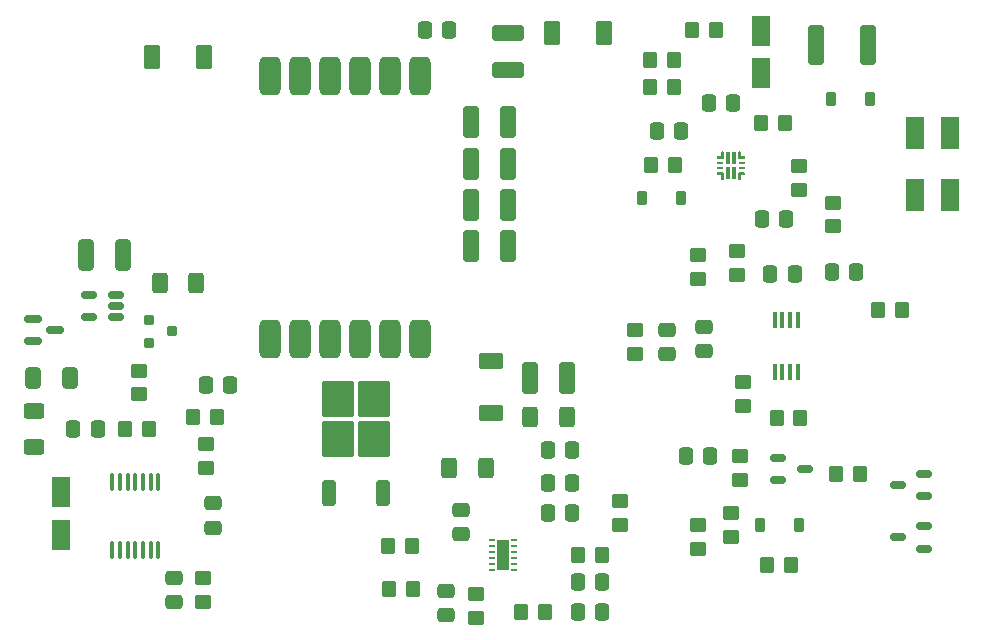
<source format=gbr>
G04 #@! TF.GenerationSoftware,KiCad,Pcbnew,7.0.7*
G04 #@! TF.CreationDate,2023-09-15T22:30:58+02:00*
G04 #@! TF.ProjectId,Nixie PSU,4e697869-6520-4505-9355-2e6b69636164,rev?*
G04 #@! TF.SameCoordinates,Original*
G04 #@! TF.FileFunction,Paste,Top*
G04 #@! TF.FilePolarity,Positive*
%FSLAX46Y46*%
G04 Gerber Fmt 4.6, Leading zero omitted, Abs format (unit mm)*
G04 Created by KiCad (PCBNEW 7.0.7) date 2023-09-15 22:30:58*
%MOMM*%
%LPD*%
G01*
G04 APERTURE LIST*
G04 Aperture macros list*
%AMRoundRect*
0 Rectangle with rounded corners*
0 $1 Rounding radius*
0 $2 $3 $4 $5 $6 $7 $8 $9 X,Y pos of 4 corners*
0 Add a 4 corners polygon primitive as box body*
4,1,4,$2,$3,$4,$5,$6,$7,$8,$9,$2,$3,0*
0 Add four circle primitives for the rounded corners*
1,1,$1+$1,$2,$3*
1,1,$1+$1,$4,$5*
1,1,$1+$1,$6,$7*
1,1,$1+$1,$8,$9*
0 Add four rect primitives between the rounded corners*
20,1,$1+$1,$2,$3,$4,$5,0*
20,1,$1+$1,$4,$5,$6,$7,0*
20,1,$1+$1,$6,$7,$8,$9,0*
20,1,$1+$1,$8,$9,$2,$3,0*%
G04 Aperture macros list end*
%ADD10RoundRect,0.150000X-0.587500X-0.150000X0.587500X-0.150000X0.587500X0.150000X-0.587500X0.150000X0*%
%ADD11RoundRect,0.250000X-0.625000X0.400000X-0.625000X-0.400000X0.625000X-0.400000X0.625000X0.400000X0*%
%ADD12RoundRect,0.250000X-0.450000X0.350000X-0.450000X-0.350000X0.450000X-0.350000X0.450000X0.350000X0*%
%ADD13RoundRect,0.250000X-0.337500X-0.475000X0.337500X-0.475000X0.337500X0.475000X-0.337500X0.475000X0*%
%ADD14RoundRect,0.250000X-0.475000X0.337500X-0.475000X-0.337500X0.475000X-0.337500X0.475000X0.337500X0*%
%ADD15RoundRect,0.250000X0.800000X-0.450000X0.800000X0.450000X-0.800000X0.450000X-0.800000X-0.450000X0*%
%ADD16RoundRect,0.250000X-0.412500X-1.100000X0.412500X-1.100000X0.412500X1.100000X-0.412500X1.100000X0*%
%ADD17RoundRect,0.250000X-0.400000X-0.625000X0.400000X-0.625000X0.400000X0.625000X-0.400000X0.625000X0*%
%ADD18RoundRect,0.150000X0.512500X0.150000X-0.512500X0.150000X-0.512500X-0.150000X0.512500X-0.150000X0*%
%ADD19RoundRect,0.225000X-0.225000X-0.375000X0.225000X-0.375000X0.225000X0.375000X-0.225000X0.375000X0*%
%ADD20RoundRect,0.250000X0.337500X0.475000X-0.337500X0.475000X-0.337500X-0.475000X0.337500X-0.475000X0*%
%ADD21RoundRect,0.250000X0.475000X-0.337500X0.475000X0.337500X-0.475000X0.337500X-0.475000X-0.337500X0*%
%ADD22RoundRect,0.250000X0.450000X-0.350000X0.450000X0.350000X-0.450000X0.350000X-0.450000X-0.350000X0*%
%ADD23RoundRect,0.250000X-0.450000X-0.800000X0.450000X-0.800000X0.450000X0.800000X-0.450000X0.800000X0*%
%ADD24RoundRect,0.150000X-0.512500X-0.150000X0.512500X-0.150000X0.512500X0.150000X-0.512500X0.150000X0*%
%ADD25RoundRect,0.250000X0.412500X0.650000X-0.412500X0.650000X-0.412500X-0.650000X0.412500X-0.650000X0*%
%ADD26RoundRect,0.250000X0.350000X0.450000X-0.350000X0.450000X-0.350000X-0.450000X0.350000X-0.450000X0*%
%ADD27R,0.450000X1.450000*%
%ADD28RoundRect,0.250000X-0.550000X1.050000X-0.550000X-1.050000X0.550000X-1.050000X0.550000X1.050000X0*%
%ADD29RoundRect,0.250000X0.450000X0.800000X-0.450000X0.800000X-0.450000X-0.800000X0.450000X-0.800000X0*%
%ADD30RoundRect,0.250000X-1.100000X0.412500X-1.100000X-0.412500X1.100000X-0.412500X1.100000X0.412500X0*%
%ADD31RoundRect,0.250000X0.400000X0.625000X-0.400000X0.625000X-0.400000X-0.625000X0.400000X-0.625000X0*%
%ADD32RoundRect,0.200000X-0.250000X0.200000X-0.250000X-0.200000X0.250000X-0.200000X0.250000X0.200000X0*%
%ADD33R,0.599999X0.249999*%
%ADD34RoundRect,0.250000X0.400000X1.075000X-0.400000X1.075000X-0.400000X-1.075000X0.400000X-1.075000X0*%
%ADD35RoundRect,0.225000X0.225000X0.375000X-0.225000X0.375000X-0.225000X-0.375000X0.225000X-0.375000X0*%
%ADD36RoundRect,0.250000X0.412500X1.100000X-0.412500X1.100000X-0.412500X-1.100000X0.412500X-1.100000X0*%
%ADD37RoundRect,0.100000X-0.100000X0.637500X-0.100000X-0.637500X0.100000X-0.637500X0.100000X0.637500X0*%
%ADD38RoundRect,0.250000X0.350000X-0.850000X0.350000X0.850000X-0.350000X0.850000X-0.350000X-0.850000X0*%
%ADD39RoundRect,0.250000X1.125000X-1.275000X1.125000X1.275000X-1.125000X1.275000X-1.125000X-1.275000X0*%
%ADD40RoundRect,0.250000X-0.350000X-0.450000X0.350000X-0.450000X0.350000X0.450000X-0.350000X0.450000X0*%
%ADD41RoundRect,0.447500X0.447500X-1.202500X0.447500X1.202500X-0.447500X1.202500X-0.447500X-1.202500X0*%
%ADD42RoundRect,0.250000X0.400000X1.450000X-0.400000X1.450000X-0.400000X-1.450000X0.400000X-1.450000X0*%
%ADD43R,0.499999X0.249999*%
%ADD44R,1.000000X2.650000*%
%ADD45R,1.500000X2.750000*%
G04 APERTURE END LIST*
G36*
X171303999Y-68536000D02*
G01*
X171303999Y-69496000D01*
X171253999Y-69546000D01*
X171074000Y-69546000D01*
X171024000Y-69496000D01*
X171024000Y-68536000D01*
X171074000Y-68486000D01*
X171253999Y-68486000D01*
X171303999Y-68536000D01*
G37*
G36*
X171303999Y-69796000D02*
G01*
X171303999Y-70756000D01*
X171253999Y-70806000D01*
X171074000Y-70806000D01*
X171024000Y-70756000D01*
X171024000Y-69796000D01*
X171074000Y-69746000D01*
X171253999Y-69746000D01*
X171303999Y-69796000D01*
G37*
G36*
X170804000Y-69796000D02*
G01*
X170804000Y-70756000D01*
X170754000Y-70806000D01*
X170574001Y-70806000D01*
X170524001Y-70756000D01*
X170524001Y-69796000D01*
X170574001Y-69746000D01*
X170754000Y-69746000D01*
X170804000Y-69796000D01*
G37*
G36*
X170804000Y-68536000D02*
G01*
X170804000Y-69496000D01*
X170754000Y-69546000D01*
X170574001Y-69546000D01*
X170524001Y-69496000D01*
X170524001Y-68536000D01*
X170574001Y-68486000D01*
X170754000Y-68486000D01*
X170804000Y-68536000D01*
G37*
G36*
X172064000Y-70196001D02*
G01*
X172114000Y-70245999D01*
X172114000Y-70421000D01*
X172064000Y-70471000D01*
X171739000Y-70471000D01*
X171739000Y-70796000D01*
X171689000Y-70846000D01*
X171564001Y-70846000D01*
X171513999Y-70796000D01*
X171514001Y-70246001D01*
X171564001Y-70195999D01*
X172064000Y-70196001D01*
G37*
G36*
X171739000Y-68496000D02*
G01*
X171739000Y-68821000D01*
X172064000Y-68821000D01*
X172114000Y-68871000D01*
X172114000Y-69046001D01*
X172064000Y-69095999D01*
X171564001Y-69096001D01*
X171513999Y-69046001D01*
X171513999Y-68496000D01*
X171564001Y-68446000D01*
X171689000Y-68446000D01*
X171739000Y-68496000D01*
G37*
G36*
X170314001Y-70245999D02*
G01*
X170314001Y-70796000D01*
X170263999Y-70846000D01*
X170139000Y-70846000D01*
X170089000Y-70796000D01*
X170089000Y-70471000D01*
X169764000Y-70471000D01*
X169714000Y-70421000D01*
X169714000Y-70245999D01*
X169764000Y-70196001D01*
X170263999Y-70195999D01*
X170314001Y-70245999D01*
G37*
G36*
X170314001Y-68496000D02*
G01*
X170313999Y-69045999D01*
X170263999Y-69096001D01*
X169764000Y-69095999D01*
X169714000Y-69046001D01*
X169714000Y-68871000D01*
X169764000Y-68821000D01*
X170089000Y-68821000D01*
X170089000Y-68496000D01*
X170139000Y-68446000D01*
X170263999Y-68446000D01*
X170314001Y-68496000D01*
G37*
G36*
X152112997Y-101396000D02*
G01*
X152112997Y-102466000D01*
X152062997Y-102516000D01*
X151212997Y-102516000D01*
X151162997Y-102466000D01*
X151162997Y-101396000D01*
X151212997Y-101346000D01*
X152062997Y-101346000D01*
X152112997Y-101396000D01*
G37*
G36*
X152112997Y-102766000D02*
G01*
X152112997Y-103836000D01*
X152062997Y-103886000D01*
X151212997Y-103886000D01*
X151162997Y-103836000D01*
X151162997Y-102766000D01*
X151212997Y-102716000D01*
X152062997Y-102716000D01*
X152112997Y-102766000D01*
G37*
D10*
X111838500Y-82616000D03*
X111838500Y-84516000D03*
X113713500Y-83566000D03*
D11*
X111887000Y-90398000D03*
X111887000Y-93498000D03*
D12*
X168148000Y-100092000D03*
X168148000Y-102092000D03*
D13*
X157966500Y-104902000D03*
X160041500Y-104902000D03*
D12*
X161544000Y-98060000D03*
X161544000Y-100060000D03*
D14*
X146812000Y-105642500D03*
X146812000Y-107717500D03*
D15*
X150622000Y-90592000D03*
X150622000Y-86192000D03*
D16*
X148937500Y-66000000D03*
X152062500Y-66000000D03*
D17*
X147040000Y-95250000D03*
X150140000Y-95250000D03*
D18*
X187301500Y-102096000D03*
X187301500Y-100196000D03*
X185026500Y-101146000D03*
D19*
X179350000Y-64000000D03*
X182650000Y-64000000D03*
D20*
X117318700Y-91948000D03*
X115243700Y-91948000D03*
D21*
X168656000Y-85365500D03*
X168656000Y-83290500D03*
D22*
X176700000Y-71700000D03*
X176700000Y-69700000D03*
D12*
X149352000Y-105934000D03*
X149352000Y-107934000D03*
D22*
X126492000Y-95234000D03*
X126492000Y-93234000D03*
D13*
X173526500Y-74146000D03*
X175601500Y-74146000D03*
D23*
X121879000Y-60452000D03*
X126279000Y-60452000D03*
D24*
X174926500Y-94396000D03*
X174926500Y-96296000D03*
X177201500Y-95346000D03*
D22*
X162800000Y-85600000D03*
X162800000Y-83600000D03*
D20*
X157501500Y-99060000D03*
X155426500Y-99060000D03*
D18*
X187301500Y-97650000D03*
X187301500Y-95750000D03*
X185026500Y-96700000D03*
D25*
X114973500Y-87630000D03*
X111848500Y-87630000D03*
D26*
X176000000Y-103500000D03*
X174000000Y-103500000D03*
D20*
X157501500Y-96520000D03*
X155426500Y-96520000D03*
X181537500Y-78700000D03*
X179462500Y-78700000D03*
D27*
X174625000Y-87100000D03*
X175275000Y-87100000D03*
X175925000Y-87100000D03*
X176575000Y-87100000D03*
X176575000Y-82700000D03*
X175925000Y-82700000D03*
X175275000Y-82700000D03*
X174625000Y-82700000D03*
D13*
X157966500Y-107442000D03*
X160041500Y-107442000D03*
D20*
X157501500Y-93726000D03*
X155426500Y-93726000D03*
D28*
X173464000Y-58246000D03*
X173464000Y-61846000D03*
D29*
X160200000Y-58420000D03*
X155800000Y-58420000D03*
D26*
X181848000Y-95758000D03*
X179848000Y-95758000D03*
D30*
X152000000Y-58437500D03*
X152000000Y-61562500D03*
D21*
X148082000Y-100859500D03*
X148082000Y-98784500D03*
D22*
X171900000Y-90000000D03*
X171900000Y-88000000D03*
D31*
X156998000Y-90932000D03*
X153898000Y-90932000D03*
D22*
X168148000Y-79232000D03*
X168148000Y-77232000D03*
D20*
X169185500Y-94234000D03*
X167110500Y-94234000D03*
D26*
X166084000Y-62992000D03*
X164084000Y-62992000D03*
D13*
X174262500Y-78800000D03*
X176337500Y-78800000D03*
D26*
X169640000Y-58166000D03*
X167640000Y-58166000D03*
D12*
X170942000Y-99076000D03*
X170942000Y-101076000D03*
D26*
X144000000Y-105500000D03*
X142000000Y-105500000D03*
D32*
X121617500Y-82743000D03*
X121617500Y-84643000D03*
X123617500Y-83693000D03*
D33*
X171814001Y-69871001D03*
X171814001Y-69420999D03*
X170013999Y-69420999D03*
X170013999Y-69871001D03*
D16*
X148937500Y-73000000D03*
X152062500Y-73000000D03*
D12*
X126200000Y-104600000D03*
X126200000Y-106600000D03*
D34*
X119406000Y-77216000D03*
X116306000Y-77216000D03*
D35*
X166650000Y-72390000D03*
X163350000Y-72390000D03*
D36*
X157010500Y-87630000D03*
X153885500Y-87630000D03*
D26*
X175482000Y-66040000D03*
X173482000Y-66040000D03*
D37*
X122450000Y-96437500D03*
X121800000Y-96437500D03*
X121150000Y-96437500D03*
X120500000Y-96437500D03*
X119850000Y-96437500D03*
X119200000Y-96437500D03*
X118550000Y-96437500D03*
X118550000Y-102162500D03*
X119200000Y-102162500D03*
X119850000Y-102162500D03*
X120500000Y-102162500D03*
X121150000Y-102162500D03*
X121800000Y-102162500D03*
X122450000Y-102162500D03*
D16*
X148937500Y-69500000D03*
X152062500Y-69500000D03*
D22*
X179600000Y-74800000D03*
X179600000Y-72800000D03*
D21*
X123800000Y-106637500D03*
X123800000Y-104562500D03*
D28*
X114200000Y-97300000D03*
X114200000Y-100900000D03*
D38*
X136912000Y-97418000D03*
D39*
X137667000Y-92793000D03*
X140717000Y-92793000D03*
X137667000Y-89443000D03*
X140717000Y-89443000D03*
D38*
X141472000Y-97418000D03*
D40*
X158004000Y-102616000D03*
X160004000Y-102616000D03*
D26*
X176800000Y-91000000D03*
X174800000Y-91000000D03*
D20*
X166701500Y-66746000D03*
X164626500Y-66746000D03*
D35*
X176656000Y-100076000D03*
X173356000Y-100076000D03*
D40*
X125365000Y-90932000D03*
X127365000Y-90932000D03*
D26*
X143900000Y-101900000D03*
X141900000Y-101900000D03*
D41*
X131876800Y-84352200D03*
X134416800Y-84352200D03*
X136956800Y-84352200D03*
X139496800Y-84352200D03*
X142036800Y-84352200D03*
X144576800Y-84352200D03*
X144576800Y-62052200D03*
X142036800Y-62052200D03*
X139496800Y-62052200D03*
X136956800Y-62052200D03*
X134416800Y-62052200D03*
X131876800Y-62052200D03*
D16*
X148937500Y-76500000D03*
X152062500Y-76500000D03*
D21*
X127100000Y-100337500D03*
X127100000Y-98262500D03*
D14*
X165500000Y-83562500D03*
X165500000Y-85637500D03*
D26*
X166164000Y-69646000D03*
X164164000Y-69646000D03*
D42*
X182549000Y-59436000D03*
X178099000Y-59436000D03*
D31*
X125650000Y-79600000D03*
X122550000Y-79600000D03*
D43*
X150687999Y-101366000D03*
X150687999Y-101866002D03*
X150687999Y-102366000D03*
X150687999Y-102866000D03*
X150687999Y-103366001D03*
X150687999Y-103866000D03*
X152587998Y-103866000D03*
X152587998Y-103366001D03*
X152587998Y-102866000D03*
X152587998Y-102366000D03*
X152587998Y-101866002D03*
X152587998Y-101366000D03*
D44*
X151638000Y-102616000D03*
D13*
X145012500Y-58166000D03*
X147087500Y-58166000D03*
X126470500Y-88265000D03*
X128545500Y-88265000D03*
D40*
X183400000Y-81900000D03*
X185400000Y-81900000D03*
D12*
X171400000Y-76900000D03*
X171400000Y-78900000D03*
D22*
X171704000Y-96250000D03*
X171704000Y-94250000D03*
D40*
X164084000Y-60706000D03*
X166084000Y-60706000D03*
D26*
X155178000Y-107442000D03*
X153178000Y-107442000D03*
D13*
X169026500Y-64346000D03*
X171101500Y-64346000D03*
D26*
X121650000Y-91948000D03*
X119650000Y-91948000D03*
D12*
X120777000Y-87011000D03*
X120777000Y-89011000D03*
D18*
X118866500Y-82484000D03*
X118866500Y-81534000D03*
X118866500Y-80584000D03*
X116591500Y-80584000D03*
X116591500Y-82484000D03*
D45*
X189500000Y-66875000D03*
X186500000Y-66875000D03*
X186500000Y-72125000D03*
X189500000Y-72125000D03*
M02*

</source>
